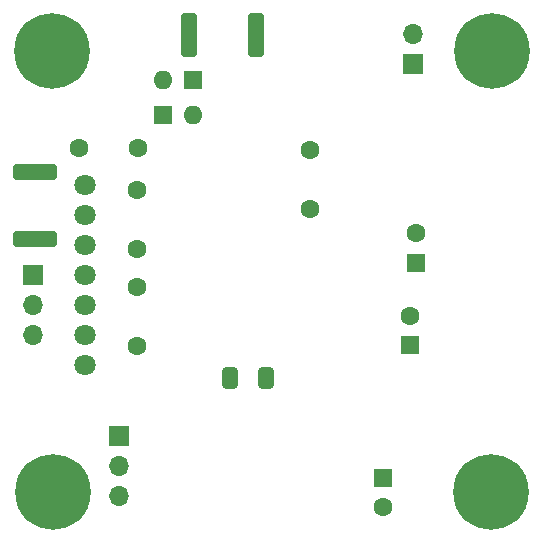
<source format=gbr>
%TF.GenerationSoftware,KiCad,Pcbnew,8.0.3-unknown-202406242120~006f0a95c1~ubuntu22.04.1*%
%TF.CreationDate,2024-06-25T16:46:03+05:30*%
%TF.ProjectId,SDR-Board,5344522d-426f-4617-9264-2e6b69636164,rev?*%
%TF.SameCoordinates,Original*%
%TF.FileFunction,Soldermask,Bot*%
%TF.FilePolarity,Negative*%
%FSLAX46Y46*%
G04 Gerber Fmt 4.6, Leading zero omitted, Abs format (unit mm)*
G04 Created by KiCad (PCBNEW 8.0.3-unknown-202406242120~006f0a95c1~ubuntu22.04.1) date 2024-06-25 16:46:03*
%MOMM*%
%LPD*%
G01*
G04 APERTURE LIST*
G04 Aperture macros list*
%AMRoundRect*
0 Rectangle with rounded corners*
0 $1 Rounding radius*
0 $2 $3 $4 $5 $6 $7 $8 $9 X,Y pos of 4 corners*
0 Add a 4 corners polygon primitive as box body*
4,1,4,$2,$3,$4,$5,$6,$7,$8,$9,$2,$3,0*
0 Add four circle primitives for the rounded corners*
1,1,$1+$1,$2,$3*
1,1,$1+$1,$4,$5*
1,1,$1+$1,$6,$7*
1,1,$1+$1,$8,$9*
0 Add four rect primitives between the rounded corners*
20,1,$1+$1,$2,$3,$4,$5,0*
20,1,$1+$1,$4,$5,$6,$7,0*
20,1,$1+$1,$6,$7,$8,$9,0*
20,1,$1+$1,$8,$9,$2,$3,0*%
G04 Aperture macros list end*
%ADD10C,1.600000*%
%ADD11C,0.800000*%
%ADD12C,6.400000*%
%ADD13R,1.700000X1.700000*%
%ADD14O,1.700000X1.700000*%
%ADD15C,1.800000*%
%ADD16RoundRect,0.250000X0.425000X1.600000X-0.425000X1.600000X-0.425000X-1.600000X0.425000X-1.600000X0*%
%ADD17R,1.600000X1.600000*%
%ADD18O,1.600000X1.600000*%
%ADD19RoundRect,0.250000X-1.600000X0.425000X-1.600000X-0.425000X1.600000X-0.425000X1.600000X0.425000X0*%
%ADD20RoundRect,0.250000X0.412500X0.650000X-0.412500X0.650000X-0.412500X-0.650000X0.412500X-0.650000X0*%
G04 APERTURE END LIST*
D10*
%TO.C,C5*%
X97100000Y-65570000D03*
X102100000Y-65570000D03*
%TD*%
D11*
%TO.C,H4*%
X129552944Y-94697056D03*
X130255888Y-93000000D03*
X130255888Y-96394112D03*
X131952944Y-92297056D03*
D12*
X131952944Y-94697056D03*
D11*
X131952944Y-97097056D03*
X133650000Y-93000000D03*
X133650000Y-96394112D03*
X134352944Y-94697056D03*
%TD*%
D13*
%TO.C,J3*%
X100500000Y-89900000D03*
D14*
X100500000Y-92440000D03*
X100500000Y-94980000D03*
%TD*%
D15*
%TO.C,U1*%
X97600000Y-83880000D03*
X97600000Y-81340000D03*
X97600000Y-78800000D03*
X97600000Y-76260000D03*
X97600000Y-73720000D03*
X97600000Y-71180000D03*
X97600000Y-68640000D03*
%TD*%
D10*
%TO.C,C7*%
X101980000Y-82340000D03*
X101980000Y-77340000D03*
%TD*%
D16*
%TO.C,RX1*%
X106415000Y-55982500D03*
X112065000Y-55982500D03*
%TD*%
D17*
%TO.C,D3*%
X104244315Y-62750000D03*
D18*
X106784315Y-62750000D03*
%TD*%
D17*
%TO.C,C8*%
X125600000Y-75250000D03*
D10*
X125600000Y-72750000D03*
%TD*%
D11*
%TO.C,H2*%
X92402944Y-57302944D03*
X93105888Y-55605888D03*
X93105888Y-59000000D03*
X94802944Y-54902944D03*
D12*
X94802944Y-57302944D03*
D11*
X94802944Y-59702944D03*
X96500000Y-55605888D03*
X96500000Y-59000000D03*
X97202944Y-57302944D03*
%TD*%
D17*
%TO.C,C15*%
X122820000Y-93484888D03*
D10*
X122820000Y-95984888D03*
%TD*%
D13*
%TO.C,J1*%
X93200000Y-76275000D03*
D14*
X93200000Y-78815000D03*
X93200000Y-81355000D03*
%TD*%
D10*
%TO.C,C6*%
X116650000Y-70730000D03*
X116650000Y-65730000D03*
%TD*%
D19*
%TO.C,TX1*%
X93350000Y-73225000D03*
X93350000Y-67575000D03*
%TD*%
D11*
%TO.C,H1*%
X129700000Y-57350000D03*
X130402944Y-55652944D03*
X130402944Y-59047056D03*
X132100000Y-54950000D03*
D12*
X132100000Y-57350000D03*
D11*
X132100000Y-59750000D03*
X133797056Y-55652944D03*
X133797056Y-59047056D03*
X134500000Y-57350000D03*
%TD*%
D17*
%TO.C,D2*%
X106781370Y-59770000D03*
D18*
X104241370Y-59770000D03*
%TD*%
D17*
%TO.C,C13*%
X125150000Y-82245113D03*
D10*
X125150000Y-79745113D03*
%TD*%
D13*
%TO.C,J2*%
X125400000Y-58475000D03*
D14*
X125400000Y-55935000D03*
%TD*%
D11*
%TO.C,H3*%
X92452944Y-94697056D03*
X93155888Y-93000000D03*
X93155888Y-96394112D03*
X94852944Y-92297056D03*
D12*
X94852944Y-94697056D03*
D11*
X94852944Y-97097056D03*
X96550000Y-93000000D03*
X96550000Y-96394112D03*
X97252944Y-94697056D03*
%TD*%
D10*
%TO.C,C4*%
X102000000Y-74070000D03*
X102000000Y-69070000D03*
%TD*%
D20*
%TO.C,CD2*%
X112962500Y-85000000D03*
X109837500Y-85000000D03*
%TD*%
M02*

</source>
